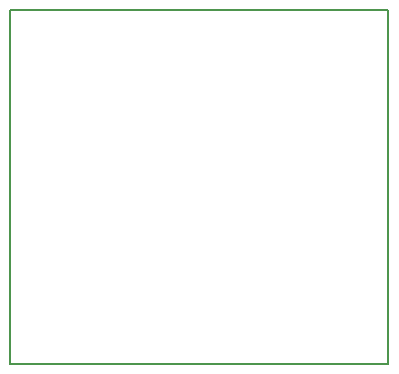
<source format=gbr>
G04 #@! TF.GenerationSoftware,KiCad,Pcbnew,(5.1.8)-1*
G04 #@! TF.CreationDate,2020-12-06T14:54:54-05:00*
G04 #@! TF.ProjectId,Snowflakes,536e6f77-666c-4616-9b65-732e6b696361,rev?*
G04 #@! TF.SameCoordinates,Original*
G04 #@! TF.FileFunction,Legend,Bot*
G04 #@! TF.FilePolarity,Positive*
%FSLAX46Y46*%
G04 Gerber Fmt 4.6, Leading zero omitted, Abs format (unit mm)*
G04 Created by KiCad (PCBNEW (5.1.8)-1) date 2020-12-06 14:54:54*
%MOMM*%
%LPD*%
G01*
G04 APERTURE LIST*
%ADD10C,0.150000*%
G04 APERTURE END LIST*
D10*
X116000000Y-85000000D02*
X116000000Y-115000000D01*
X84000000Y-85000000D02*
X84000000Y-115000000D01*
X116000000Y-115000000D02*
X84000000Y-115000000D01*
X84000000Y-85000000D02*
X116000000Y-85000000D01*
M02*

</source>
